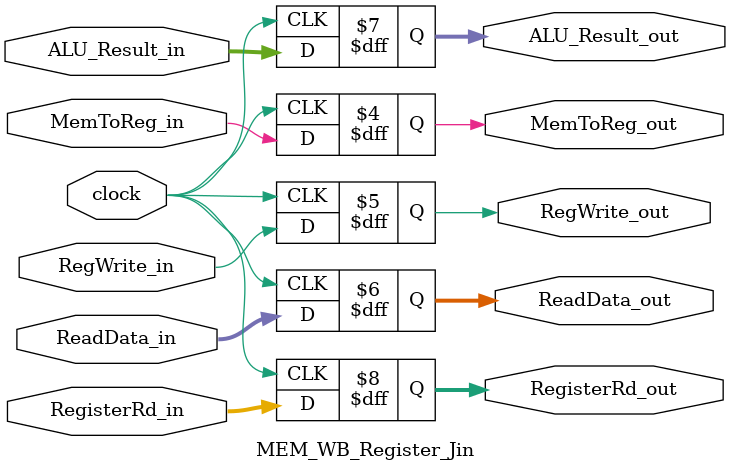
<source format=v>
    `timescale 1ns / 1ps
module DataMemory_Jin(
    input   wire            MemWrite,
    input   wire            MemRead,
    input   wire    [31:0]  Address,
    input   wire    [31:0]  WriteData,
    output  wire    [31:0]  ReadData
);
    // define the DataMemory:
    // size 代表有多少行
    // 每一行有 32 bits，这个数字是固定的，即 [31:0]
        localparam size = 8;
        reg [31:0] memory [0:(size-1)];

    // initialize the memory:
        integer i;
        initial begin
            // initialize with 0 to all memory
            for (i = 0; i < size ; i = i + 1 )
                memory[i] = 32'd0;
        end

    // write data memory
        always @ (*)    begin
            if (MemWrite == 1'b1) memory[Address >> 2] = WriteData;
        end

    // read data memory 
        assign ReadData = (MemRead == 1'b1) ? memory[Address >> 2]: 32'd0;

endmodule
// --------------------------------------------------------------------
// EFFECT: module BranchEq
// DESCRIPTION: 
//      - 判断 beq
//      - 与 clock signal 无关
// FUTURE:
//      - 需要移动到 ID 阶段?
module Judge_BranchEq_Jin(
    input   wire    BranchEq,     
    input   wire    Is_Zero,
    output  wire    PCSrc_Beq
);
    assign PCSrc_Beq = BranchEq & Is_Zero;    
endmodule
// --------------------------------------------------------------------
// EFFECT: module BranchNeq 
// DESCRIPTION: 
//      - 判断 bne
//      - 与 clock signal 无关
// FUTURE:
//      - 需要移动到 ID 阶段?
module Judge_BranchNeq_Jin(
    input   wire    BranchNeq,
    input   wire    Is_Zero, 
    output  wire    PCSrc_Bne
);
    wire Not_Is_Zero;
    assign Not_Is_Zero = ~Is_Zero;

    assign PCSrc_Bne = BranchNeq & Not_Is_Zero;
endmodule

// --------------------------------------------------------------------
// EFFECT: module MEM
// DESCRIPTION: 
//      - 完整的 MEM stage，不包含任何 data/control hazard
//      - 与 clock signal 无关
module MEM_Jin(
    input   wire            MemToReg_in,
    output  wire            MemToReg_out,

    input   wire            RegWrite_in,
    output  wire            RegWrite_out,

    input   wire    [31:0]  ALU_Result_in,
    output  wire    [31:0]  ALU_Result_out,

    input   wire    [4:0]   RegisterRd_in,
    output  wire    [4:0]   RegisterRd_out,

    input   wire            BranchEq,
    input   wire            BranchNeq,
    input   wire            Is_Zero,
    output  wire            PCSrc,

    input   wire    [31:0]  PC_Jump_in,
    output  wire    [31:0]  PC_Jump_out,

    input   wire            Jump_in,
    output  wire            Jump_out,

    input   wire            MemWrite,
    input   wire            MemRead,
    input   wire    [31:0]  WriteData,
    output  wire    [31:0]  ReadData,
    
    input   wire    [31:0]  PC_Branch_in,
    output  wire    [31:0]  PC_Branch_out
);
    // WB signals
        assign  MemToReg_out = MemToReg_in;
        assign  RegWrite_out = RegWrite_in;
    
    // Bne and Beq
        wire Wire_1, Wire_2;
        Judge_BranchEq_Jin Test1 (
            .BranchEq(BranchEq), .Is_Zero(Is_Zero), .PCSrc_Beq(Wire_1)
        );
        Judge_BranchNeq_Jin Test3 (
            .BranchNeq(BranchNeq), .Is_Zero(Is_Zero), .PCSrc_Bne(Wire_2)
        );
        assign PCSrc = Wire_1 | Wire_2;
    // PC_Branch
        assign  PC_Branch_out = PC_Branch_in;
    
    // Jump
        assign Jump_out = Jump_in;
    // PC_Jump
        assign PC_Jump_out = PC_Jump_in;

    // Data Memory
        DataMemory_Jin Test2 (
            .MemWrite(MemWrite),    .MemRead(MemRead),  .Address(ALU_Result_in),
            .WriteData(WriteData),  .ReadData(ReadData)
        );

    // RegisterRd
        assign  RegisterRd_out = RegisterRd_in;

    // ALU_Result
        assign  ALU_Result_out = ALU_Result_in;

    

endmodule
// --------------------------------------------------------------------
// EFFECT: module MEM_WB_Register
// DESCRIPTION: 
//      - 与 clock signal 有关
module MEM_WB_Register_Jin(
    input   wire            MemToReg_in,
    output  reg             MemToReg_out,

    input   wire            RegWrite_in,
    output  reg             RegWrite_out,

    input   wire    [31:0]  ReadData_in,
    output  reg     [31:0]  ReadData_out,

    input   wire    [31:0]  ALU_Result_in,
    output  reg     [31:0]  ALU_Result_out,

    input   wire    [4:0]   RegisterRd_in,
    output  reg     [4:0]   RegisterRd_out,

    input   wire            clock
);
    // 赋予初值
        initial     begin
            MemToReg_out    =   1'b0;
            RegWrite_out    =   1'b0;
            ReadData_out    =   32'd0;
            ALU_Result_out  =   32'd0;
            RegisterRd_out  =   5'd0;
        end

    // 
        always @ (posedge clock)    begin
            MemToReg_out    =   MemToReg_in;
            RegWrite_out    =   RegWrite_in;
            ReadData_out    =   ReadData_in;
            ALU_Result_out  =   ALU_Result_in;
            RegisterRd_out  =   RegisterRd_in;
        end
endmodule
</source>
